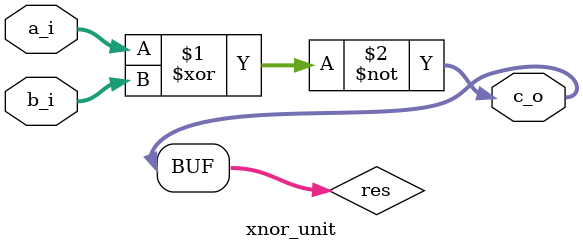
<source format=sv>
`include "alu_defs.svh"

module xnor_unit #(
    parameter   DATA_WIDTH  =   32,
    parameter   ALU_KIND    =   0
) (
    // data_i
    input   logic[DATA_WIDTH-1:0]   a_i,
    input   logic[DATA_WIDTH-1:0]   b_i,
    // data_o
    output  logic[DATA_WIDTH-1:0]   c_o
);

logic [DATA_WIDTH-1:0] res;
// get xnor of a_i & b_i
assign res = ~(a_i ^ b_i);

// set output
assign c_o = res[DATA_WIDTH-1:0];

endmodule

</source>
